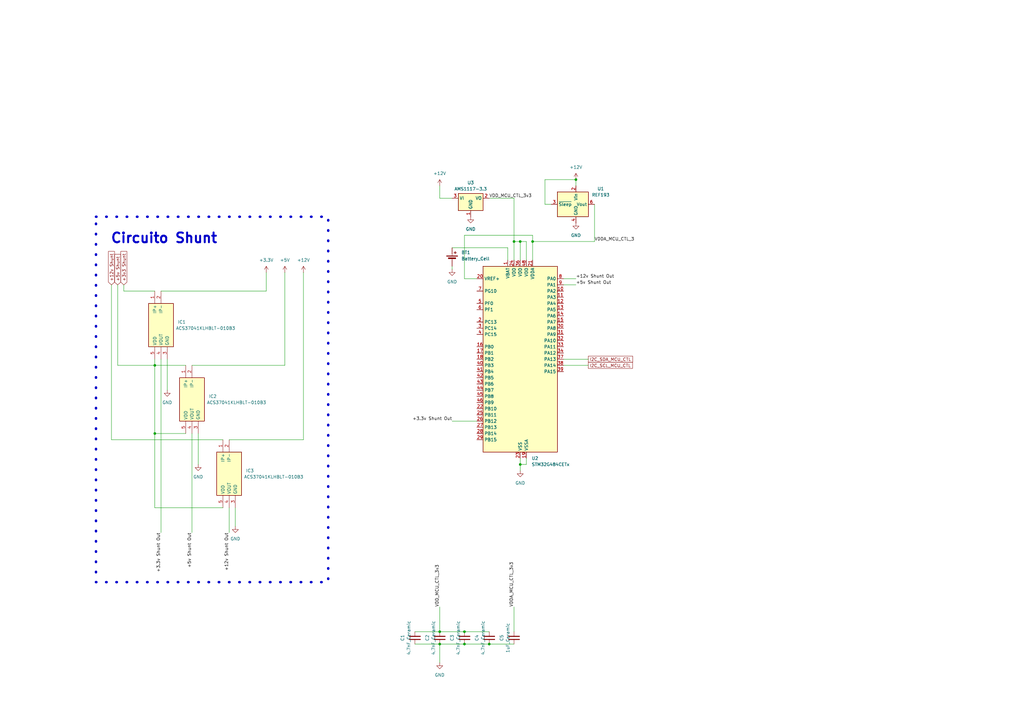
<source format=kicad_sch>
(kicad_sch (version 20250114) (generator "eeschema") (generator_version "9.0")
  (paper "A3")
  (title_block (date "2025-12-31") (rev "0.5") (company "Rapport Tecnologia") (comment 1 "Rua José Alves Pereira, 50, Casa 1") (comment 4 "Aquiraz, CE, Brasil") (comment 6 "Carlos Delfino Carvalho Pinheiro") (comment 7 "Carlos Delfino Carvalho Pinheiro"))
  (lib_symbols
    (symbol "ACS37041KLHBLT-010B3:ACS37041KLHBLT-010B3"
      (property "Reference" "IC" (at 24.13 7.62 0))
      (property "Value" "ACS37041KLHBLT-010B3" (at 24.13 5.08 0))
      (symbol "ACS37041KLHBLT-010B3_1_1"
        (rectangle (start 5.08 2.54) (end 22.86 -7.62) (stroke (width 0.254)) (fill (type background)))
        (pin passive line (at 0 0 0) (length 5.08) (name "IP+") (number "1"))
        (pin passive line (at 0 -2.54 0) (length 5.08) (name "IP-") (number "2"))
        (pin passive line (at 27.94 0 180) (length 5.08) (name "VDD") (number "5"))
        (pin passive line (at 27.94 -2.54 180) (length 5.08) (name "VOUT") (number "4"))
        (pin passive line (at 27.94 -5.08 180) (length 5.08) (name "GND") (number "3"))
      )
    )
    (symbol "Device:Battery_Cell" (pin_numbers (hide yes)) (pin_names (offset 0) (hide yes))
      (property "Reference" "BT" (at 2.54 2.54 0))
      (property "Value" "Battery_Cell" (at 2.54 0 0))
      (symbol "Battery_Cell_0_1"
        (rectangle (start -2.286 1.778) (end 2.286 1.524) (fill (type outline)))
        (rectangle (start -1.524 1.016) (end 1.524 0.508) (fill (type outline)))
        (polyline (pts (xy 0 1.778) (xy 0 2.54)))
        (polyline (pts (xy 0 0.762) (xy 0 0)))
        (polyline (pts (xy 0.762 3.048) (xy 1.778 3.048)) (stroke (width 0.254)))
        (polyline (pts (xy 1.27 3.556) (xy 1.27 2.54)) (stroke (width 0.254)))
      )
      (symbol "Battery_Cell_1_1"
        (pin passive line (at 0 5.08 270) (length 2.54) (name "+") (number "1"))
        (pin passive line (at 0 -2.54 90) (length 2.54) (name "-") (number "2"))
      )
    )
    (symbol "MCU_ST_STM32G4:STM32G484CETx"
      (property "Reference" "U" (at -15.24 39.37 0))
      (property "Value" "STM32G484CETx" (at 7.62 39.37 0))
      (symbol "STM32G484CETx_0_1"
        (rectangle (start -15.24 -38.1) (end 15.24 38.1) (stroke (width 0.254)) (fill (type background)))
      )
      (symbol "STM32G484CETx_1_1"
        (pin input line (at -17.78 33.02 0) (length 2.54) (name "VREF+") (number "20"))
        (pin bidirectional line (at -17.78 27.94 0) (length 2.54) (name "PG10") (number "7"))
        (pin bidirectional line (at -17.78 22.86 0) (length 2.54) (name "PF0") (number "5"))
        (pin bidirectional line (at -17.78 20.32 0) (length 2.54) (name "PF1") (number "6"))
        (pin bidirectional line (at -17.78 15.24 0) (length 2.54) (name "PC13") (number "2"))
        (pin bidirectional line (at -17.78 12.7 0) (length 2.54) (name "PC14") (number "3"))
        (pin bidirectional line (at -17.78 10.16 0) (length 2.54) (name "PC15") (number "4"))
        (pin bidirectional line (at -17.78 5.08 0) (length 2.54) (name "PB0") (number "16"))
        (pin bidirectional line (at -17.78 2.54 0) (length 2.54) (name "PB1") (number "17"))
        (pin bidirectional line (at -17.78 0 0) (length 2.54) (name "PB2") (number "18"))
        (pin bidirectional line (at -17.78 -2.54 0) (length 2.54) (name "PB3") (number "40"))
        (pin bidirectional line (at -17.78 -5.08 0) (length 2.54) (name "PB4") (number "41"))
        (pin bidirectional line (at -17.78 -7.62 0) (length 2.54) (name "PB5") (number "42"))
        (pin bidirectional line (at -17.78 -10.16 0) (length 2.54) (name "PB6") (number "43"))
        (pin bidirectional line (at -17.78 -12.7 0) (length 2.54) (name "PB7") (number "44"))
        (pin bidirectional line (at -17.78 -15.24 0) (length 2.54) (name "PB8") (number "45"))
        (pin bidirectional line (at -17.78 -17.78 0) (length 2.54) (name "PB9") (number "46"))
        (pin bidirectional line (at -17.78 -20.32 0) (length 2.54) (name "PB10") (number "22"))
        (pin bidirectional line (at -17.78 -22.86 0) (length 2.54) (name "PB11") (number "25"))
        (pin bidirectional line (at -17.78 -25.4 0) (length 2.54) (name "PB12") (number "26"))
        (pin bidirectional line (at -17.78 -27.94 0) (length 2.54) (name "PB13") (number "27"))
        (pin bidirectional line (at -17.78 -30.48 0) (length 2.54) (name "PB14") (number "28"))
        (pin bidirectional line (at -17.78 -33.02 0) (length 2.54) (name "PB15") (number "29"))
        (pin power_in line (at -5.08 40.64 270) (length 2.54) (name "VBAT") (number "1"))
        (pin power_in line (at -2.54 40.64 270) (length 2.54) (name "VDD") (number "24"))
        (pin power_in line (at 0 40.64 270) (length 2.54) (name "VDD") (number "36"))
        (pin power_in line (at 0 -40.64 90) (length 2.54) (name "VSS") (number "23"))
        (pin passive line (at 0 -40.64 90) (length 2.54) (hide yes) (name "VSS") (number "35"))
        (pin passive line (at 0 -40.64 90) (length 2.54) (hide yes) (name "VSS") (number "47"))
        (pin power_in line (at 2.54 40.64 270) (length 2.54) (name "VDD") (number "48"))
        (pin power_in line (at 2.54 -40.64 90) (length 2.54) (name "VSSA") (number "19"))
        (pin power_in line (at 5.08 40.64 270) (length 2.54) (name "VDDA") (number "21"))
        (pin bidirectional line (at 17.78 33.02 180) (length 2.54) (name "PA0") (number "8"))
        (pin bidirectional line (at 17.78 30.48 180) (length 2.54) (name "PA1") (number "9"))
        (pin bidirectional line (at 17.78 27.94 180) (length 2.54) (name "PA2") (number "10"))
        (pin bidirectional line (at 17.78 25.4 180) (length 2.54) (name "PA3") (number "11"))
        (pin bidirectional line (at 17.78 22.86 180) (length 2.54) (name "PA4") (number "12"))
        (pin bidirectional line (at 17.78 20.32 180) (length 2.54) (name "PA5") (number "13"))
        (pin bidirectional line (at 17.78 17.78 180) (length 2.54) (name "PA6") (number "14"))
        (pin bidirectional line (at 17.78 15.24 180) (length 2.54) (name "PA7") (number "15"))
        (pin bidirectional line (at 17.78 12.7 180) (length 2.54) (name "PA8") (number "30"))
        (pin bidirectional line (at 17.78 10.16 180) (length 2.54) (name "PA9") (number "31"))
        (pin bidirectional line (at 17.78 7.62 180) (length 2.54) (name "PA10") (number "32"))
        (pin bidirectional line (at 17.78 5.08 180) (length 2.54) (name "PA11") (number "33"))
        (pin bidirectional line (at 17.78 2.54 180) (length 2.54) (name "PA12") (number "34"))
        (pin bidirectional line (at 17.78 0 180) (length 2.54) (name "PA13") (number "37"))
        (pin bidirectional line (at 17.78 -2.54 180) (length 2.54) (name "PA14") (number "38"))
        (pin bidirectional line (at 17.78 -5.08 180) (length 2.54) (name "PA15") (number "39"))
      )
    )
    (symbol "PCM_SL_Capacitors:4.7nF_Ceramic"
      (property "Reference" "C" (at 0 6.35 0))
      (property "Value" "4.7nF_Ceramic" (at 0 3.81 0))
      (symbol "4.7nF_Ceramic_0_1"
        (rectangle (start -0.762 2.286) (end -0.508 -2.286) (fill (type outline)))
        (rectangle (start 0.508 2.286) (end 0.762 -2.286) (fill (type outline)))
      )
      (symbol "4.7nF_Ceramic_1_1"
        (pin passive line (at -2.54 0 0) (length 2) (name "~") (number "1"))
        (pin input line (at 2.54 0 180) (length 2) (name "~") (number "2"))
      )
    )
    (symbol "Reference_Voltage:REF193"
      (property "Reference" "U" (at 2.54 8.89 0))
      (property "Value" "REF193" (at 1.27 6.35 0))
      (symbol "REF193_0_1"
        (rectangle (start -7.62 5.08) (end 5.08 -5.08) (stroke (width 0.254)) (fill (type background)))
      )
      (symbol "REF193_1_1"
        (pin input line (at -10.16 0 0) (length 2.54) (name "~{Sleep}") (number "3"))
        (pin no_connect line (at -7.62 2.54 0) (length 2.54) (hide yes) (name "TP") (number "1"))
        (pin no_connect line (at -5.08 -5.08 90) (length 2.54) (hide yes) (name "TP") (number "5"))
        (pin no_connect line (at -2.54 -5.08 90) (length 2.54) (hide yes) (name "NC") (number "7"))
        (pin power_in line (at 0 7.62 270) (length 2.54) (name "Vin") (number "2"))
        (pin power_in line (at 0 -7.62 90) (length 2.54) (name "GND") (number "4"))
        (pin no_connect line (at 2.54 -5.08 90) (length 2.54) (hide yes) (name "NC") (number "8"))
        (pin power_out line (at 7.62 0 180) (length 2.54) (name "Vout") (number "6"))
      )
    )
    (symbol "Regulator_Linear:AMS1117-3.3"
      (property "Reference" "U" (at -3.81 3.175 0))
      (property "Value" "AMS1117-3.3" (at 0 3.175 0))
      (symbol "AMS1117-3.3_0_1"
        (rectangle (start -5.08 -5.08) (end 5.08 1.905) (stroke (width 0.254)) (fill (type background)))
      )
      (symbol "AMS1117-3.3_1_1"
        (pin power_in line (at -7.62 0 0) (length 2.54) (name "VI") (number "3"))
        (pin power_in line (at 0 -7.62 90) (length 2.54) (name "GND") (number "1"))
        (pin power_out line (at 7.62 0 180) (length 2.54) (name "VO") (number "2"))
      )
    )
    (symbol "power:+12V" (power) (pin_numbers (hide yes)) (pin_names (offset 0) (hide yes))
      (property "Value" "+12V" (at 0 3.556 0))
      (symbol "+12V_0_1"
        (polyline (pts (xy -0.762 1.27) (xy 0 2.54)))
        (polyline (pts (xy 0 2.54) (xy 0.762 1.27)))
        (polyline (pts (xy 0 0) (xy 0 2.54)))
      )
      (symbol "+12V_1_1"
        (pin power_in line (at 0 0 90) (length 0) (name "~") (number "1"))
      )
    )
    (symbol "power:+3.3V" (power) (pin_numbers (hide yes)) (pin_names (offset 0) (hide yes))
      (property "Value" "+3.3V" (at 0 3.556 0))
      (symbol "+3.3V_0_1"
        (polyline (pts (xy -0.762 1.27) (xy 0 2.54)))
        (polyline (pts (xy 0 2.54) (xy 0.762 1.27)))
        (polyline (pts (xy 0 0) (xy 0 2.54)))
      )
      (symbol "+3.3V_1_1"
        (pin power_in line (at 0 0 90) (length 0) (name "~") (number "1"))
      )
    )
    (symbol "power:+5V" (power) (pin_numbers (hide yes)) (pin_names (offset 0) (hide yes))
      (property "Value" "+5V" (at 0 3.556 0))
      (symbol "+5V_0_1"
        (polyline (pts (xy -0.762 1.27) (xy 0 2.54)))
        (polyline (pts (xy 0 2.54) (xy 0.762 1.27)))
        (polyline (pts (xy 0 0) (xy 0 2.54)))
      )
      (symbol "+5V_1_1"
        (pin power_in line (at 0 0 90) (length 0) (name "~") (number "1"))
      )
    )
    (symbol "power:GND" (power) (pin_numbers (hide yes)) (pin_names (offset 0) (hide yes))
      (property "Value" "GND" (at 0 -3.81 0))
      (symbol "GND_0_1"
        (polyline (pts (xy 0 0) (xy 0 -1.27) (xy 1.27 -1.27) (xy 0 -2.54) (xy -1.27 -1.27) (xy 0 -1.27)))
      )
      (symbol "GND_1_1"
        (pin power_in line (at 0 0 270) (length 0) (name "~") (number "1"))
      )
    )
  )
  (rectangle (start 39.37 88.9) (end 134.62 238.76) (stroke (width 1) (type dot)))
  (text "Circuito Shunt" (at 67.31 97.79 0) (effects (font (size 4 4) (thickness 0.8) (bold yes))))
  (junction (at 180.34 264.16))
  (junction (at 210.82 99.06))
  (junction (at 63.5 149.86))
  (junction (at 236.22 73.66))
  (junction (at 213.36 190.5))
  (junction (at 213.36 99.06))
  (junction (at 190.5 264.16))
  (junction (at 200.66 264.16))
  (junction (at 63.5 177.8))
  (junction (at 218.44 99.06))
  (junction (at 180.34 259.08))
  (junction (at 190.5 259.08))
  (wire (pts (xy 78.74 149.86) (xy 116.84 149.86)))
  (wire (pts (xy 210.82 99.06) (xy 213.36 99.06)))
  (wire (pts (xy 185.42 172.72) (xy 195.58 172.72)))
  (wire (pts (xy 190.5 114.3) (xy 195.58 114.3)))
  (wire (pts (xy 200.66 81.28) (xy 210.82 81.28)))
  (wire (pts (xy 200.66 264.16) (xy 210.82 264.16)))
  (wire (pts (xy 231.14 149.86) (xy 241.3 149.86)))
  (wire (pts (xy 190.5 96.52) (xy 218.44 96.52)))
  (wire (pts (xy 213.36 190.5) (xy 215.9 190.5)))
  (wire (pts (xy 50.8 119.38) (xy 63.5 119.38)))
  (wire (pts (xy 226.06 83.82) (xy 223.52 83.82)))
  (wire (pts (xy 170.18 259.08) (xy 180.34 259.08)))
  (wire (pts (xy 93.98 208.28) (xy 93.98 218.44)))
  (wire (pts (xy 170.18 264.16) (xy 180.34 264.16)))
  (wire (pts (xy 50.8 116.84) (xy 50.8 119.38)))
  (wire (pts (xy 210.82 81.28) (xy 210.82 99.06)))
  (wire (pts (xy 210.82 248.92) (xy 210.82 259.08)))
  (wire (pts (xy 63.5 177.8) (xy 76.2 177.8)))
  (wire (pts (xy 223.52 73.66) (xy 236.22 73.66)))
  (wire (pts (xy 215.9 187.96) (xy 215.9 190.5)))
  (wire (pts (xy 243.84 99.06) (xy 218.44 99.06)))
  (wire (pts (xy 213.36 187.96) (xy 213.36 190.5)))
  (wire (pts (xy 93.98 180.34) (xy 124.46 180.34)))
  (wire (pts (xy 45.72 180.34) (xy 91.44 180.34)))
  (wire (pts (xy 96.52 208.28) (xy 96.52 215.9)))
  (wire (pts (xy 218.44 96.52) (xy 218.44 99.06)))
  (wire (pts (xy 210.82 99.06) (xy 210.82 106.68)))
  (wire (pts (xy 215.9 99.06) (xy 215.9 106.68)))
  (wire (pts (xy 91.44 208.28) (xy 63.5 208.28)))
  (wire (pts (xy 231.14 114.3) (xy 236.22 114.3)))
  (wire (pts (xy 45.72 116.84) (xy 45.72 180.34)))
  (wire (pts (xy 218.44 106.68) (xy 218.44 99.06)))
  (wire (pts (xy 63.5 149.86) (xy 63.5 177.8)))
  (wire (pts (xy 180.34 264.16) (xy 190.5 264.16)))
  (wire (pts (xy 208.28 101.6) (xy 208.28 106.68)))
  (wire (pts (xy 63.5 149.86) (xy 76.2 149.86)))
  (wire (pts (xy 180.34 248.92) (xy 180.34 259.08)))
  (wire (pts (xy 63.5 147.32) (xy 63.5 149.86)))
  (wire (pts (xy 190.5 114.3) (xy 190.5 96.52)))
  (wire (pts (xy 243.84 83.82) (xy 243.84 99.06)))
  (wire (pts (xy 213.36 190.5) (xy 213.36 193.04)))
  (wire (pts (xy 180.34 76.2) (xy 180.34 81.28)))
  (wire (pts (xy 66.04 119.38) (xy 109.22 119.38)))
  (wire (pts (xy 63.5 177.8) (xy 63.5 208.28)))
  (wire (pts (xy 124.46 111.76) (xy 124.46 180.34)))
  (wire (pts (xy 66.04 218.44) (xy 66.04 147.32)))
  (wire (pts (xy 78.74 177.8) (xy 78.74 218.44)))
  (wire (pts (xy 185.42 101.6) (xy 208.28 101.6)))
  (wire (pts (xy 185.42 109.22) (xy 185.42 110.49)))
  (wire (pts (xy 223.52 83.82) (xy 223.52 73.66)))
  (wire (pts (xy 180.34 264.16) (xy 180.34 271.78)))
  (wire (pts (xy 68.58 147.32) (xy 68.58 160.02)))
  (wire (pts (xy 190.5 264.16) (xy 200.66 264.16)))
  (wire (pts (xy 109.22 111.76) (xy 109.22 119.38)))
  (wire (pts (xy 116.84 111.76) (xy 116.84 149.86)))
  (wire (pts (xy 231.14 116.84) (xy 236.22 116.84)))
  (wire (pts (xy 190.5 259.08) (xy 200.66 259.08)))
  (wire (pts (xy 213.36 99.06) (xy 215.9 99.06)))
  (wire (pts (xy 180.34 81.28) (xy 185.42 81.28)))
  (wire (pts (xy 241.3 147.32) (xy 231.14 147.32)))
  (wire (pts (xy 81.28 177.8) (xy 81.28 190.5)))
  (wire (pts (xy 213.36 99.06) (xy 213.36 106.68)))
  (wire (pts (xy 236.22 73.66) (xy 236.22 76.2)))
  (wire (pts (xy 48.26 116.84) (xy 48.26 149.86)))
  (wire (pts (xy 180.34 259.08) (xy 190.5 259.08)))
  (wire (pts (xy 48.26 149.86) (xy 63.5 149.86)))
  (label "VDDA_MCU_CTL_3" (at 243.84 99.06 0))
  (label "+5v Shunt Out" (at 236.22 116.84 0))
  (label "+12v Shunt Out" (at 93.98 218.44 270))
  (label "+3.3v Shunt Out" (at 66.04 218.44 270))
  (label "VDDA_MCU_CTL_3v3" (at 210.82 248.92 90))
  (label "VDD_MCU_CTL_3v3" (at 180.34 248.92 90))
  (label "+3.3v Shunt Out" (at 185.42 172.72 180))
  (label "VDD_MCU_CTL_3v3" (at 200.66 81.28 0))
  (label "+5v Shunt Out" (at 78.74 218.44 270))
  (label "+12v Shunt Out" (at 236.22 114.3 0))
  (global_label "I2C_SCL_MCU_CTL" (shape passive) (at 241.3 149.86 0) (property "Intersheetrefs" "${INTERSHEET_REFS}" (effects (hide yes))))
  (global_label "+3v3 Shunt" (shape input) (at 50.8 116.84 90) (property "Intersheetrefs" "${INTERSHEET_REFS}" (effects (hide yes))))
  (global_label "+5v Shunt" (shape input) (at 48.26 116.84 90) (property "Intersheetrefs" "${INTERSHEET_REFS}" (effects (hide yes))))
  (global_label "I2C_SDA_MCU_CTL" (shape passive) (at 241.3 147.32 0) (property "Intersheetrefs" "${INTERSHEET_REFS}" (effects (hide yes))))
  (global_label "+12v Shunt" (shape input) (at 45.72 116.84 90) (property "Intersheetrefs" "${INTERSHEET_REFS}" (effects (hide yes))))
  (symbol (lib_id "power:+12V") (at 180.34 76.2 0) (unit 1)
    (property "Reference" "#PWR03" (effects (hide yes)))
    (property "Value" "+12V" (at 180.34 71.12 0))
    (property "Description" "Power symbol creates a global label with name \"+12V\"" (effects (hide yes)))
  )
  (symbol (lib_id "power:+12V") (at 236.22 73.66 0) (unit 1)
    (property "Reference" "#PWR04" (effects (hide yes)))
    (property "Value" "+12V" (at 236.22 68.58 0))
    (property "Description" "Power symbol creates a global label with name \"+12V\"" (effects (hide yes)))
  )
  (symbol (lib_id "ACS37041KLHBLT-010B3:ACS37041KLHBLT-010B3") (at 63.5 119.38 90) (mirror x) (unit 1)
    (property "Reference" "IC1" (at 76.2 132.08 90) (effects (justify left)))
    (property "Value" "ACS37041KLHBLT-010B3" (at 96.52 134.62 90) (effects (justify left)))
    (property "Footprint" "APS12628LLHALTBAP" (effects (hide yes)))
    (property "Datasheet" "https://www.allegromicro.com/~/media/Files/Datasheets/ACS37041-2-Datasheet" (effects (hide yes)))
    (property "Description" "Integrated Hall Effect Current Sensor in SOT23-W 5-Pin" (effects (hide yes)))
    (property "Height" "1.13" (effects (hide yes)))
    (property "Manufacturer_Name" "Allegro Microsystems" (effects (hide yes)))
    (property "Manufacturer_Part_Number" "ACS37041KLHBLT-010B3" (effects (hide yes)))
    (property "Arrow Part Number" "ACS37041KLHBLT-010B3" (effects (hide yes)))
    (property "Arrow Price/Stock" "https://www.arrow.com/en/products/acs37041klhblt-010b3/allegro-microsystems?utm_currency=USD&region=nac" (effects (hide yes)))
  )
  (symbol (lib_id "PCM_SL_Capacitors:4.7nF_Ceramic") (at 190.5 261.62 90) (unit 1)
    (property "Reference" "C3" (at 185.42 261.62 0))
    (property "Value" "4.7nF_Ceramic" (at 187.96 261.62 0))
    (property "Footprint" "Capacitor:C_0805_2012Metric" (effects (hide yes)))
    (property "Description" "4.7nF Ceramic Capacitor" (effects (hide yes)))
  )
  (symbol (lib_id "MCU_ST_STM32G4:STM32G484CETx") (at 213.36 147.32 0) (unit 1)
    (property "Reference" "U2" (at 218.0433 187.96 0) (effects (justify left)))
    (property "Value" "STM32G484CETx" (at 218.0433 190.5 0) (effects (justify left)))
    (property "Footprint" "Package_QFP:LQFP-48_7x7mm_P0.5mm" (effects (hide yes)))
    (property "Datasheet" "https://www.st.com/resource/en/datasheet/stm32g484ce.pdf" (effects (hide yes)))
    (property "Description" "STMicroelectronics Arm Cortex-M4 MCU, 512KB flash, 128KB RAM, 170 MHz, 1.71-3.6V, 38 GPIO, LQFP48" (effects (hide yes)))
  )
  (symbol (lib_id "power:+3.3V") (at 109.22 111.76 0) (unit 1)
    (property "Reference" "#PWR031" (effects (hide yes)))
    (property "Value" "+3.3V" (at 109.22 106.68 0))
    (property "Description" "Power symbol creates a global label with name \"+3.3V\"" (effects (hide yes)))
  )
  (symbol (lib_id "power:GND") (at 236.22 91.44 0) (unit 1)
    (property "Reference" "#PWR011" (effects (hide yes)))
    (property "Value" "GND" (at 236.22 96.52 0))
    (property "Description" "Power symbol creates a global label with name \"GND\" , ground" (effects (hide yes)))
  )
  (symbol (lib_id "Reference_Voltage:REF193") (at 236.22 83.82 0) (unit 1)
    (property "Reference" "U1" (at 246.38 77.3998 0))
    (property "Value" "REF193" (at 246.38 79.9398 0))
    (property "Footprint" "REF193:SOIC127P600X175-8N" (effects (hide yes)))
    (property "Datasheet" "https://www.analog.com/static/imported-files/data_sheets/REF19xSeries.pdf" (effects (hide yes)))
    (property "Description" "Precision voltage references 3V, DIP-8/SO-8/TSSOP-8" (effects (hide yes)))
  )
  (symbol (lib_id "power:GND") (at 185.42 110.49 0) (unit 1)
    (property "Reference" "#PWR02" (effects (hide yes)))
    (property "Value" "GND" (at 185.42 115.57 0))
    (property "Description" "Power symbol creates a global label with name \"GND\" , ground" (effects (hide yes)))
  )
  (symbol (lib_id "Device:Battery_Cell") (at 185.42 106.68 0) (unit 1)
    (property "Reference" "BT1" (at 189.23 103.5684 0) (effects (justify left)))
    (property "Value" "Battery_Cell" (at 189.23 106.1084 0) (effects (justify left)))
    (property "Footprint" "Battery:BatteryHolder_Multicomp_BC-2001_1x2032" (effects (hide yes)))
    (property "Description" "Single-cell battery" (effects (hide yes)))
  )
  (symbol (lib_id "power:GND") (at 180.34 271.78 0) (unit 1)
    (property "Reference" "#PWR035" (effects (hide yes)))
    (property "Value" "GND" (at 180.34 276.86 0))
    (property "Description" "Power symbol creates a global label with name \"GND\" , ground" (effects (hide yes)))
  )
  (symbol (lib_id "power:GND") (at 213.36 193.04 0) (unit 1)
    (property "Reference" "#PWR036" (effects (hide yes)))
    (property "Value" "GND" (at 213.36 198.12 0))
    (property "Description" "Power symbol creates a global label with name \"GND\" , ground" (effects (hide yes)))
  )
  (symbol (lib_id "ACS37041KLHBLT-010B3:ACS37041KLHBLT-010B3") (at 76.2 149.86 90) (mirror x) (unit 1)
    (property "Reference" "IC2" (at 88.9 162.56 90) (effects (justify left)))
    (property "Value" "ACS37041KLHBLT-010B3" (at 109.22 165.1 90) (effects (justify left)))
    (property "Footprint" "APS12628LLHALTBAP" (effects (hide yes)))
    (property "Datasheet" "https://www.allegromicro.com/~/media/Files/Datasheets/ACS37041-2-Datasheet" (effects (hide yes)))
    (property "Description" "Integrated Hall Effect Current Sensor in SOT23-W 5-Pin" (effects (hide yes)))
    (property "Height" "1.13" (effects (hide yes)))
    (property "Manufacturer_Name" "Allegro Microsystems" (effects (hide yes)))
    (property "Manufacturer_Part_Number" "ACS37041KLHBLT-010B3" (effects (hide yes)))
    (property "Arrow Part Number" "ACS37041KLHBLT-010B3" (effects (hide yes)))
    (property "Arrow Price/Stock" "https://www.arrow.com/en/products/acs37041klhblt-010b3/allegro-microsystems?utm_currency=USD&region=nac" (effects (hide yes)))
  )
  (symbol (lib_id "PCM_SL_Capacitors:4.7nF_Ceramic") (at 180.34 261.62 90) (unit 1)
    (property "Reference" "C2" (at 175.26 261.62 0))
    (property "Value" "4.7nF_Ceramic" (at 177.8 261.62 0))
    (property "Footprint" "Capacitor:C_0805_2012Metric" (effects (hide yes)))
    (property "Description" "4.7nF Ceramic Capacitor" (effects (hide yes)))
  )
  (symbol (lib_id "power:GND") (at 193.04 88.9 0) (unit 1)
    (property "Reference" "#PWR034" (effects (hide yes)))
    (property "Value" "GND" (at 193.04 93.98 0))
    (property "Description" "Power symbol creates a global label with name \"GND\" , ground" (effects (hide yes)))
  )
  (symbol (lib_id "PCM_SL_Capacitors:4.7nF_Ceramic") (at 170.18 261.62 90) (unit 1)
    (property "Reference" "C1" (at 165.1 261.62 0))
    (property "Value" "4.7nF_Ceramic" (at 167.64 261.62 0))
    (property "Footprint" "Capacitor:C_0805_2012Metric" (effects (hide yes)))
    (property "Description" "4.7nF Ceramic Capacitor" (effects (hide yes)))
  )
  (symbol (lib_id "power:+5V") (at 116.84 111.76 0) (unit 1)
    (property "Reference" "#PWR030" (effects (hide yes)))
    (property "Value" "+5V" (at 116.84 106.68 0))
    (property "Description" "Power symbol creates a global label with name \"+5V\"" (effects (hide yes)))
  )
  (symbol (lib_id "power:+12V") (at 124.46 111.76 0) (unit 1)
    (property "Reference" "#PWR023" (effects (hide yes)))
    (property "Value" "+12V" (at 124.46 106.68 0))
    (property "Description" "Power symbol creates a global label with name \"+12V\"" (effects (hide yes)))
  )
  (symbol (lib_id "PCM_SL_Capacitors:4.7nF_Ceramic") (at 200.66 261.62 90) (unit 1)
    (property "Reference" "C4" (at 195.58 261.62 0))
    (property "Value" "4.7nF_Ceramic" (at 198.12 261.62 0))
    (property "Footprint" "Capacitor:C_0805_2012Metric" (effects (hide yes)))
    (property "Description" "4.7nF Ceramic Capacitor" (effects (hide yes)))
  )
  (symbol (lib_id "power:GND") (at 81.28 190.5 0) (unit 1)
    (property "Reference" "#PWR012" (effects (hide yes)))
    (property "Value" "GND" (at 81.28 195.58 0))
    (property "Description" "Power symbol creates a global label with name \"GND\" , ground" (effects (hide yes)))
  )
  (symbol (lib_id "Regulator_Linear:AMS1117-3.3") (at 193.04 81.28 0) (unit 1)
    (property "Reference" "U3" (at 193.04 74.93 0))
    (property "Value" "AMS1117-3.3" (at 193.04 77.47 0))
    (property "Footprint" "Package_TO_SOT_SMD:SOT-223-3_TabPin2" (effects (hide yes)))
    (property "Datasheet" "http://www.advanced-monolithic.com/pdf/ds1117.pdf" (effects (hide yes)))
    (property "Description" "1A Low Dropout regulator, positive, 3.3V fixed output, SOT-223" (effects (hide yes)))
  )
  (symbol (lib_id "ACS37041KLHBLT-010B3:ACS37041KLHBLT-010B3") (at 91.44 180.34 90) (mirror x) (unit 1)
    (property "Reference" "IC3" (at 104.14 193.04 90) (effects (justify left)))
    (property "Value" "ACS37041KLHBLT-010B3" (at 124.46 195.58 90) (effects (justify left)))
    (property "Footprint" "APS12628LLHALTBAP" (effects (hide yes)))
    (property "Datasheet" "https://www.allegromicro.com/~/media/Files/Datasheets/ACS37041-2-Datasheet" (effects (hide yes)))
    (property "Description" "Integrated Hall Effect Current Sensor in SOT23-W 5-Pin" (effects (hide yes)))
    (property "Height" "1.13" (effects (hide yes)))
    (property "Manufacturer_Name" "Allegro Microsystems" (effects (hide yes)))
    (property "Manufacturer_Part_Number" "ACS37041KLHBLT-010B3" (effects (hide yes)))
    (property "Arrow Part Number" "ACS37041KLHBLT-010B3" (effects (hide yes)))
    (property "Arrow Price/Stock" "https://www.arrow.com/en/products/acs37041klhblt-010b3/allegro-microsystems?utm_currency=USD&region=nac" (effects (hide yes)))
  )
  (symbol (lib_id "power:GND") (at 96.52 215.9 0) (unit 1)
    (property "Reference" "#PWR013" (effects (hide yes)))
    (property "Value" "GND" (at 96.52 220.98 0))
    (property "Description" "Power symbol creates a global label with name \"GND\" , ground" (effects (hide yes)))
  )
  (symbol (lib_id "PCM_SL_Capacitors:4.7nF_Ceramic") (at 210.82 261.62 90) (unit 1)
    (property "Reference" "C5" (at 205.74 261.62 0))
    (property "Value" "1uF_Ceramic" (at 208.28 261.62 0))
    (property "Footprint" "Capacitor:C_0805_2012Metric" (effects (hide yes)))
    (property "Description" "4.7nF Ceramic Capacitor" (effects (hide yes)))
  )
  (symbol (lib_id "power:GND") (at 68.58 160.02 0) (unit 1)
    (property "Reference" "#PWR014" (effects (hide yes)))
    (property "Value" "GND" (at 68.58 165.1 0))
    (property "Description" "Power symbol creates a global label with name \"GND\" , ground" (effects (hide yes)))
  )
)
</source>
